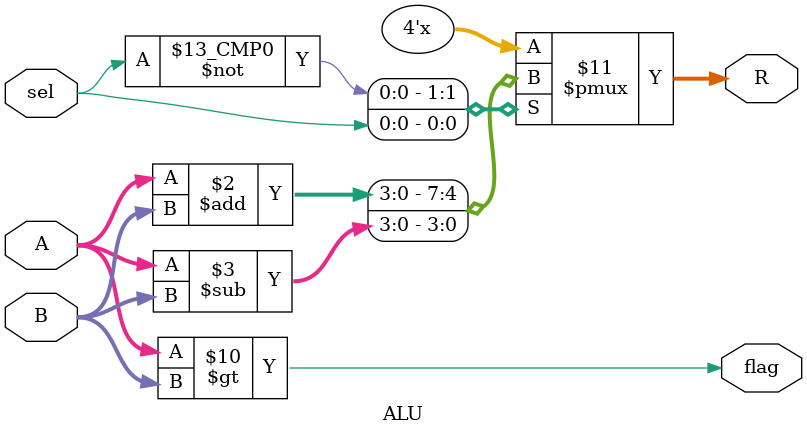
<source format=v>
module ALU (
    input  [3:0] A,     
    input  [3:0] B,     
    input  sel,   
    output reg [3:0] R, 
    output reg flag
);

always @* begin
    case (sel)
        3'b000: R = A + B;        
        3'b001: R = A - B;        
        3'b010: R = A & B;        
        3'b011: R = A | B;        
        3'b100: R = A ^ B;        
        3'b101: R = (A == B);     
        3'b110: R = A << 1;       
        3'b111: R = A >> 1;     
    endcase

    flag = (A > B);
end

endmodule

</source>
